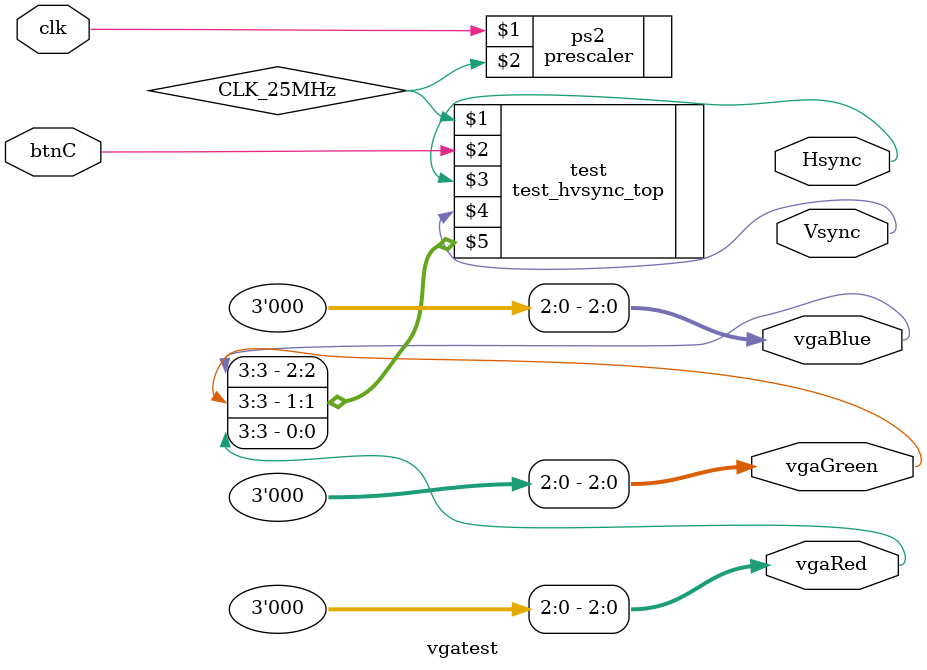
<source format=v>
/**
 * Project: Video Sync Generator
 *
 * This is the top module that serves as an adaptor for projects in the 8 Bit Workshop
 * to be used on a Basys3 board.
 *
 */

`include "../prescaler.v"
`include "test_hvsync_top.v"

module vgatest (
    input  clk,             // 25MHz clock
    input  btnC,            // reset button (center button on Basys3)
    output [3:0] vgaRed,    // VGA display signals
    output [3:0] vgaBlue,
    output [3:0] vgaGreen,
    output Hsync,
    output Vsync
);

    // zero out the top VGA color bits
    assign vgaRed[2:0] = 0;
    assign vgaBlue[2:0] = 0;
    assign vgaGreen[2:0] = 0;

    // 25MHz clock
    wire CLK_25MHz;
    prescaler #(.N(2)) ps2(clk, CLK_25MHz);
    
    // test pattern object
    test_hvsync_top test(CLK_25MHz, btnC, Hsync, Vsync, {vgaBlue[3],vgaGreen[3],vgaRed[3]});    

endmodule

</source>
